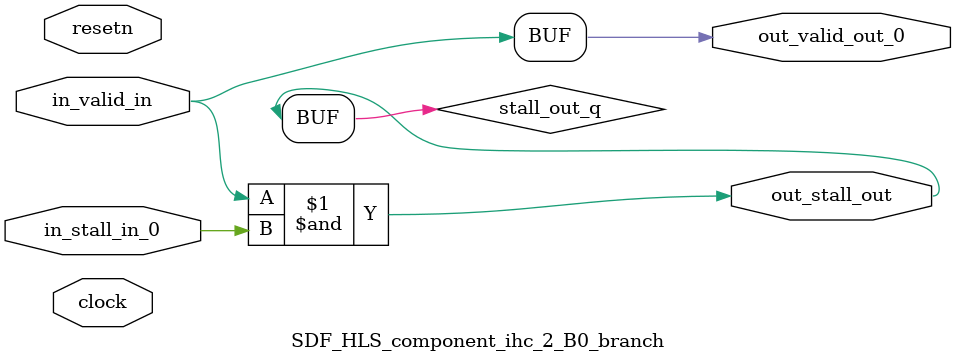
<source format=sv>



(* altera_attribute = "-name AUTO_SHIFT_REGISTER_RECOGNITION OFF; -name MESSAGE_DISABLE 10036; -name MESSAGE_DISABLE 10037; -name MESSAGE_DISABLE 14130; -name MESSAGE_DISABLE 14320; -name MESSAGE_DISABLE 15400; -name MESSAGE_DISABLE 14130; -name MESSAGE_DISABLE 10036; -name MESSAGE_DISABLE 12020; -name MESSAGE_DISABLE 12030; -name MESSAGE_DISABLE 12010; -name MESSAGE_DISABLE 12110; -name MESSAGE_DISABLE 14320; -name MESSAGE_DISABLE 13410; -name MESSAGE_DISABLE 113007; -name MESSAGE_DISABLE 10958" *)
module SDF_HLS_component_ihc_2_B0_branch (
    input wire [0:0] in_stall_in_0,
    input wire [0:0] in_valid_in,
    output wire [0:0] out_stall_out,
    output wire [0:0] out_valid_out_0,
    input wire clock,
    input wire resetn
    );

    wire [0:0] stall_out_q;


    // stall_out(LOGICAL,6)
    assign stall_out_q = in_valid_in & in_stall_in_0;

    // out_stall_out(GPOUT,4)
    assign out_stall_out = stall_out_q;

    // out_valid_out_0(GPOUT,5)
    assign out_valid_out_0 = in_valid_in;

endmodule

</source>
